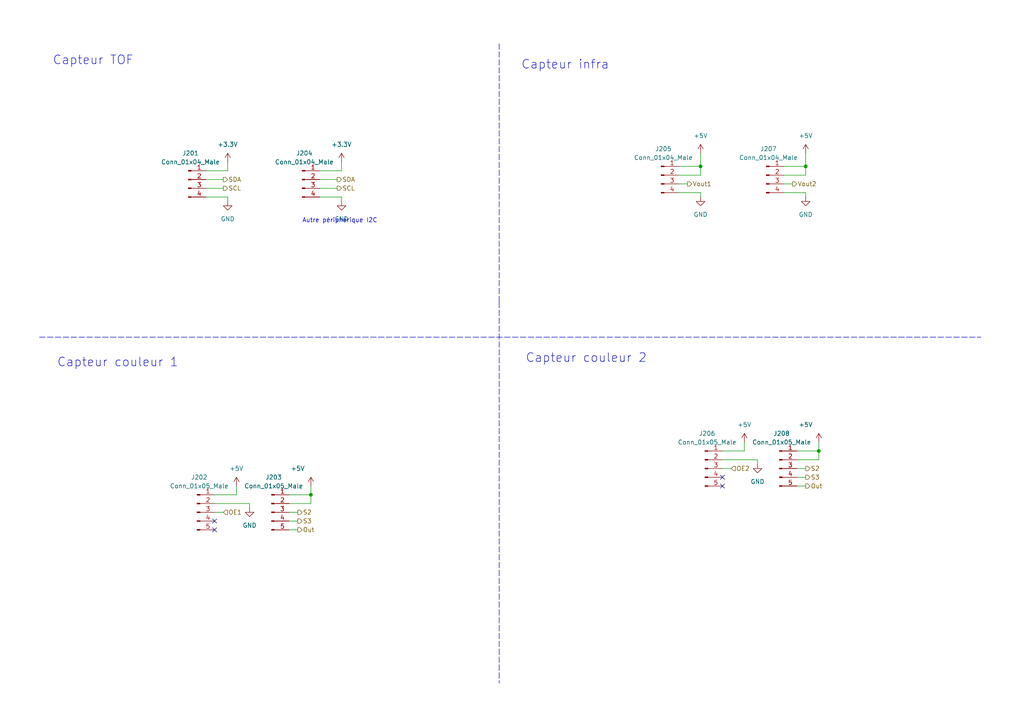
<source format=kicad_sch>
(kicad_sch (version 20211123) (generator eeschema)
  (paper "A4")
  (title_block (title "ESE Project Sensor block") (date "2022-10-03") (company "ENSEA"))
  (lib_symbols
    (symbol "Connector:Conn_01x04_Male" (pin_names (offset 1.016) hide)
      (property "Reference" "J" (at 0 5.08 0))
      (property "Value" "Conn_01x04_Male" (at 0 -7.62 0))
      (symbol "Conn_01x04_Male_1_1"
        (polyline (pts (xy 1.27 -5.08) (xy 0.8636 -5.08)) (stroke (width 0.1524)))
        (polyline (pts (xy 1.27 -2.54) (xy 0.8636 -2.54)) (stroke (width 0.1524)))
        (polyline (pts (xy 1.27 0) (xy 0.8636 0)) (stroke (width 0.1524)))
        (polyline (pts (xy 1.27 2.54) (xy 0.8636 2.54)) (stroke (width 0.1524)))
        (rectangle (start 0.8636 -4.953) (end 0 -5.207) (stroke (width 0.1524)) (fill (type outline)))
        (rectangle (start 0.8636 -2.413) (end 0 -2.667) (stroke (width 0.1524)) (fill (type outline)))
        (rectangle (start 0.8636 0.127) (end 0 -0.127) (stroke (width 0.1524)) (fill (type outline)))
        (rectangle (start 0.8636 2.667) (end 0 2.413) (stroke (width 0.1524)) (fill (type outline)))
        (pin passive line (at 5.08 2.54 180) (length 3.81) (name "Pin_1") (number "1"))
        (pin passive line (at 5.08 0 180) (length 3.81) (name "Pin_2") (number "2"))
        (pin passive line (at 5.08 -2.54 180) (length 3.81) (name "Pin_3") (number "3"))
        (pin passive line (at 5.08 -5.08 180) (length 3.81) (name "Pin_4") (number "4"))
      )
    )
    (symbol "Connector:Conn_01x05_Male" (pin_names (offset 1.016) hide)
      (property "Reference" "J" (at 0 7.62 0))
      (property "Value" "Conn_01x05_Male" (at 0 -7.62 0))
      (symbol "Conn_01x05_Male_1_1"
        (polyline (pts (xy 1.27 -5.08) (xy 0.8636 -5.08)) (stroke (width 0.1524)))
        (polyline (pts (xy 1.27 -2.54) (xy 0.8636 -2.54)) (stroke (width 0.1524)))
        (polyline (pts (xy 1.27 0) (xy 0.8636 0)) (stroke (width 0.1524)))
        (polyline (pts (xy 1.27 2.54) (xy 0.8636 2.54)) (stroke (width 0.1524)))
        (polyline (pts (xy 1.27 5.08) (xy 0.8636 5.08)) (stroke (width 0.1524)))
        (rectangle (start 0.8636 -4.953) (end 0 -5.207) (stroke (width 0.1524)) (fill (type outline)))
        (rectangle (start 0.8636 -2.413) (end 0 -2.667) (stroke (width 0.1524)) (fill (type outline)))
        (rectangle (start 0.8636 0.127) (end 0 -0.127) (stroke (width 0.1524)) (fill (type outline)))
        (rectangle (start 0.8636 2.667) (end 0 2.413) (stroke (width 0.1524)) (fill (type outline)))
        (rectangle (start 0.8636 5.207) (end 0 4.953) (stroke (width 0.1524)) (fill (type outline)))
        (pin passive line (at 5.08 5.08 180) (length 3.81) (name "Pin_1") (number "1"))
        (pin passive line (at 5.08 2.54 180) (length 3.81) (name "Pin_2") (number "2"))
        (pin passive line (at 5.08 0 180) (length 3.81) (name "Pin_3") (number "3"))
        (pin passive line (at 5.08 -2.54 180) (length 3.81) (name "Pin_4") (number "4"))
        (pin passive line (at 5.08 -5.08 180) (length 3.81) (name "Pin_5") (number "5"))
      )
    )
    (symbol "power:+3.3V" (power) (pin_names (offset 0))
      (property "Value" "+3.3V" (at 0 3.556 0))
      (symbol "+3.3V_0_1"
        (polyline (pts (xy -0.762 1.27) (xy 0 2.54)))
        (polyline (pts (xy 0 0) (xy 0 2.54)))
        (polyline (pts (xy 0 2.54) (xy 0.762 1.27)))
      )
      (symbol "+3.3V_1_1"
        (pin power_in line (at 0 0 90) (length 0) hide (name "+3.3V") (number "1"))
      )
    )
    (symbol "power:+5V" (power) (pin_names (offset 0))
      (property "Value" "+5V" (at 0 3.556 0))
      (symbol "+5V_0_1"
        (polyline (pts (xy -0.762 1.27) (xy 0 2.54)))
        (polyline (pts (xy 0 0) (xy 0 2.54)))
        (polyline (pts (xy 0 2.54) (xy 0.762 1.27)))
      )
      (symbol "+5V_1_1"
        (pin power_in line (at 0 0 90) (length 0) hide (name "+5V") (number "1"))
      )
    )
    (symbol "power:GND" (power) (pin_names (offset 0))
      (property "Value" "GND" (at 0 -3.81 0))
      (symbol "GND_0_1"
        (polyline (pts (xy 0 0) (xy 0 -1.27) (xy 1.27 -1.27) (xy 0 -2.54) (xy -1.27 -1.27) (xy 0 -1.27)))
      )
      (symbol "GND_1_1"
        (pin power_in line (at 0 0 270) (length 0) hide (name "GND") (number "1"))
      )
    )
  )
  (junction (at 233.68 48.26))
  (junction (at 237.49 130.81))
  (junction (at 203.2 48.26))
  (junction (at 90.17 143.51))
  (no_connect (at 209.55 140.97))
  (no_connect (at 62.23 151.13))
  (no_connect (at 209.55 138.43))
  (no_connect (at 62.23 153.67))
  (wire (pts (xy 231.14 133.35) (xy 237.49 133.35)))
  (wire (pts (xy 90.17 146.05) (xy 90.17 143.51)))
  (wire (pts (xy 62.23 148.59) (xy 64.77 148.59)))
  (wire (pts (xy 59.69 52.07) (xy 64.77 52.07)))
  (wire (pts (xy 83.82 143.51) (xy 90.17 143.51)))
  (wire (pts (xy 59.69 54.61) (xy 64.77 54.61)))
  (wire (pts (xy 233.68 55.88) (xy 233.68 57.15)))
  (wire (pts (xy 66.04 57.15) (xy 66.04 58.42)))
  (wire (pts (xy 209.55 130.81) (xy 215.9 130.81)))
  (wire (pts (xy 196.85 55.88) (xy 203.2 55.88)))
  (wire (pts (xy 90.17 143.51) (xy 90.17 140.97)))
  (wire (pts (xy 62.23 146.05) (xy 72.39 146.05)))
  (wire (pts (xy 215.9 130.81) (xy 215.9 128.27)))
  (wire (pts (xy 196.85 53.34) (xy 199.39 53.34)))
  (wire (pts (xy 72.39 146.05) (xy 72.39 147.32)))
  (wire (pts (xy 219.71 133.35) (xy 219.71 134.62)))
  (wire (pts (xy 59.69 49.53) (xy 66.04 49.53)))
  (wire (pts (xy 203.2 55.88) (xy 203.2 57.15)))
  (wire (pts (xy 196.85 50.8) (xy 203.2 50.8)))
  (wire (pts (xy 83.82 153.67) (xy 86.36 153.67)))
  (wire (pts (xy 233.68 44.45) (xy 233.68 48.26)))
  (wire (pts (xy 92.71 57.15) (xy 99.06 57.15)))
  (wire (pts (xy 231.14 135.89) (xy 233.68 135.89)))
  (wire (pts (xy 237.49 130.81) (xy 237.49 128.27)))
  (wire (pts (xy 99.06 49.53) (xy 99.06 46.99)))
  (wire (pts (xy 203.2 50.8) (xy 203.2 48.26)))
  (wire (pts (xy 231.14 130.81) (xy 237.49 130.81)))
  (wire (pts (xy 99.06 57.15) (xy 99.06 58.42)))
  (wire (pts (xy 227.33 55.88) (xy 233.68 55.88)))
  (wire (pts (xy 209.55 133.35) (xy 219.71 133.35)))
  (wire (pts (xy 59.69 57.15) (xy 66.04 57.15)))
  (wire (pts (xy 83.82 151.13) (xy 86.36 151.13)))
  (wire (pts (xy 92.71 52.07) (xy 97.79 52.07)))
  (wire (pts (xy 83.82 146.05) (xy 90.17 146.05)))
  (wire (pts (xy 209.55 135.89) (xy 212.09 135.89)))
  (wire (pts (xy 83.82 148.59) (xy 86.36 148.59)))
  (wire (pts (xy 196.85 48.26) (xy 203.2 48.26)))
  (polyline (pts (xy 144.78 12.7) (xy 144.78 87.63)))
  (wire (pts (xy 203.2 44.45) (xy 203.2 48.26)))
  (wire (pts (xy 227.33 50.8) (xy 233.68 50.8)))
  (wire (pts (xy 231.14 140.97) (xy 233.68 140.97)))
  (wire (pts (xy 233.68 50.8) (xy 233.68 48.26)))
  (wire (pts (xy 227.33 48.26) (xy 233.68 48.26)))
  (wire (pts (xy 92.71 49.53) (xy 99.06 49.53)))
  (wire (pts (xy 92.71 54.61) (xy 97.79 54.61)))
  (polyline (pts (xy 144.78 87.63) (xy 144.78 198.12)))
  (wire (pts (xy 68.58 143.51) (xy 68.58 140.97)))
  (wire (pts (xy 66.04 49.53) (xy 66.04 46.99)))
  (polyline (pts (xy 11.43 97.79) (xy 284.48 97.79)))
  (wire (pts (xy 231.14 138.43) (xy 233.68 138.43)))
  (wire (pts (xy 62.23 143.51) (xy 68.58 143.51)))
  (wire (pts (xy 237.49 133.35) (xy 237.49 130.81)))
  (wire (pts (xy 227.33 53.34) (xy 229.87 53.34)))
  (text "Capteur couleur 1" (at 16.51 106.68 0) (effects (font (size 2.54 2.54)) (justify left bottom)))
  (text "Capteur infra" (at 151.13 20.32 0) (effects (font (size 2.54 2.54)) (justify left bottom)))
  (text "Capteur TOF" (at 15.24 19.05 0) (effects (font (size 2.54 2.54)) (justify left bottom)))
  (text "Autre périphérique I2C" (at 87.63 64.77 0) (effects (font (size 1.27 1.27)) (justify left bottom)))
  (text "Capteur couleur 2" (at 152.4 105.41 0) (effects (font (size 2.54 2.54)) (justify left bottom)))
  (hierarchical_label "OE2" (shape input) (at 212.09 135.89 0))
  (hierarchical_label "S2" (shape output) (at 233.68 135.89 0))
  (hierarchical_label "Out" (shape output) (at 233.68 140.97 0))
  (hierarchical_label "S3" (shape output) (at 86.36 151.13 0))
  (hierarchical_label "Vout1" (shape output) (at 199.39 53.34 0))
  (hierarchical_label "OE1" (shape input) (at 64.77 148.59 0))
  (hierarchical_label "SDA" (shape output) (at 64.77 52.07 0))
  (hierarchical_label "SCL" (shape output) (at 97.79 54.61 0))
  (hierarchical_label "Out" (shape output) (at 86.36 153.67 0))
  (hierarchical_label "Vout2" (shape output) (at 229.87 53.34 0))
  (hierarchical_label "S2" (shape output) (at 86.36 148.59 0))
  (hierarchical_label "SDA" (shape output) (at 97.79 52.07 0))
  (hierarchical_label "S3" (shape output) (at 233.68 138.43 0))
  (hierarchical_label "SCL" (shape output) (at 64.77 54.61 0))
  (symbol (lib_id "power:GND") (at 72.39 147.32 0) (unit 1)
    (property "Reference" "#PWR0204" (effects hide))
    (property "Value" "~" (at 72.39 152.4 0))
  )
  (symbol (lib_id "power:GND") (at 219.71 134.62 0) (unit 1)
    (property "Reference" "#PWR0211" (effects hide))
    (property "Value" "~" (at 219.71 139.7 0))
  )
  (symbol (lib_id "Connector:Conn_01x05_Male") (at 226.06 135.89 0) (unit 1)
    (property "Reference" "J208" (at 226.695 125.73 0))
    (property "Value" "Conn_01x05_Male" (at 226.695 128.27 0))
  )
  (symbol (lib_id "power:+5V") (at 203.2 44.45 0) (unit 1)
    (property "Reference" "#PWR0208" (effects hide))
    (property "Value" "~" (at 203.2 39.37 0))
  )
  (symbol (lib_id "Connector:Conn_01x04_Male") (at 191.77 50.8 0) (unit 1)
    (property "Reference" "J205" (at 192.405 43.18 0))
    (property "Value" "Conn_01x04_Male" (at 192.405 45.72 0))
  )
  (symbol (lib_id "power:GND") (at 203.2 57.15 0) (unit 1)
    (property "Reference" "#PWR0209" (effects hide))
    (property "Value" "~" (at 203.2 62.23 0))
  )
  (symbol (lib_id "power:+5V") (at 90.17 140.97 0) (unit 1)
    (property "Reference" "#PWR0205" (effects hide))
    (property "Value" "~" (at 86.36 135.89 0))
  )
  (symbol (lib_id "Connector:Conn_01x04_Male") (at 87.63 52.07 0) (unit 1)
    (property "Reference" "J204" (at 88.265 44.45 0))
    (property "Value" "Conn_01x04_Male" (at 88.265 46.99 0))
  )
  (symbol (lib_id "power:GND") (at 66.04 58.42 0) (unit 1)
    (property "Reference" "#PWR0202" (effects hide))
    (property "Value" "~" (at 66.04 63.5 0))
  )
  (symbol (lib_id "power:+3.3V") (at 66.04 46.99 0) (unit 1)
    (property "Reference" "#PWR0201" (effects hide))
    (property "Value" "~" (at 66.04 41.91 0))
  )
  (symbol (lib_id "Connector:Conn_01x04_Male") (at 222.25 50.8 0) (unit 1)
    (property "Reference" "J207" (at 222.885 43.18 0))
    (property "Value" "Conn_01x04_Male" (at 222.885 45.72 0))
  )
  (symbol (lib_id "power:+5V") (at 215.9 128.27 0) (unit 1)
    (property "Reference" "#PWR0210" (effects hide))
    (property "Value" "~" (at 215.9 123.19 0))
  )
  (symbol (lib_id "Connector:Conn_01x05_Male") (at 204.47 135.89 0) (unit 1)
    (property "Reference" "J206" (at 205.105 125.73 0))
    (property "Value" "Conn_01x05_Male" (at 205.105 128.27 0))
  )
  (symbol (lib_id "power:+3.3V") (at 99.06 46.99 0) (unit 1)
    (property "Reference" "#PWR0206" (effects hide))
    (property "Value" "~" (at 99.06 41.91 0))
  )
  (symbol (lib_id "power:GND") (at 99.06 58.42 0) (unit 1)
    (property "Reference" "#PWR0207" (effects hide))
    (property "Value" "~" (at 99.06 63.5 0))
  )
  (symbol (lib_id "Connector:Conn_01x05_Male") (at 57.15 148.59 0) (unit 1)
    (property "Reference" "J202" (at 57.785 138.43 0))
    (property "Value" "Conn_01x05_Male" (at 57.785 140.97 0))
  )
  (symbol (lib_id "power:+5V") (at 68.58 140.97 0) (unit 1)
    (property "Reference" "#PWR0203" (effects hide))
    (property "Value" "~" (at 68.58 135.89 0))
  )
  (symbol (lib_id "Connector:Conn_01x05_Male") (at 78.74 148.59 0) (unit 1)
    (property "Reference" "J203" (at 79.375 138.43 0))
    (property "Value" "Conn_01x05_Male" (at 79.375 140.97 0))
  )
  (symbol (lib_id "power:+5V") (at 237.49 128.27 0) (unit 1)
    (property "Reference" "#PWR0214" (effects hide))
    (property "Value" "~" (at 233.68 123.19 0))
  )
  (symbol (lib_id "power:+5V") (at 233.68 44.45 0) (unit 1)
    (property "Reference" "#PWR0212" (effects hide))
    (property "Value" "~" (at 233.68 39.37 0))
  )
  (symbol (lib_id "Connector:Conn_01x04_Male") (at 54.61 52.07 0) (unit 1)
    (property "Reference" "J201" (at 55.245 44.45 0))
    (property "Value" "Conn_01x04_Male" (at 55.245 46.99 0))
  )
  (symbol (lib_id "power:GND") (at 233.68 57.15 0) (unit 1)
    (property "Reference" "#PWR0213" (effects hide))
    (property "Value" "~" (at 233.68 62.23 0))
  )
)
</source>
